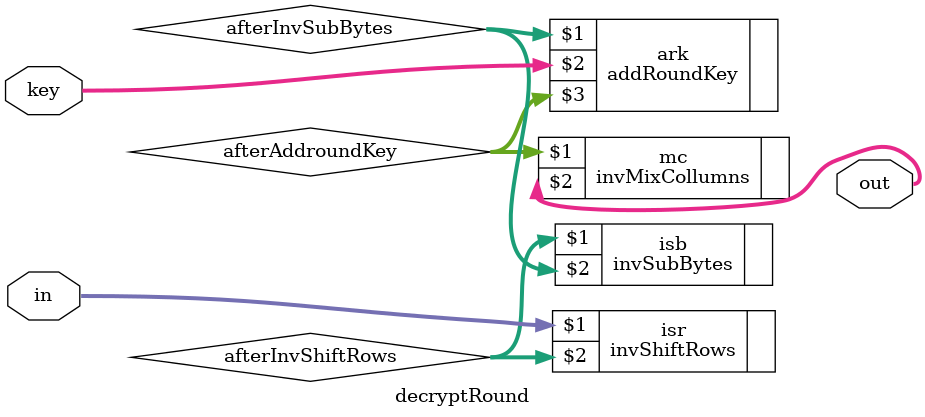
<source format=v>
module decryptRound(in, key, out);

input  [127:0] in;
input  [127:0] key;
output [127:0] out;

wire [127:0] afterInvShiftRows;
wire [127:0] afterInvSubBytes;
wire [127:0] afterAddroundKey;

invShiftRows    isr(in, afterInvShiftRows);
invSubBytes     isb(afterInvShiftRows, afterInvSubBytes);
addRoundKey     ark(afterInvSubBytes, key, afterAddroundKey);
invMixCollumns  mc(afterAddroundKey, out);

endmodule
</source>
